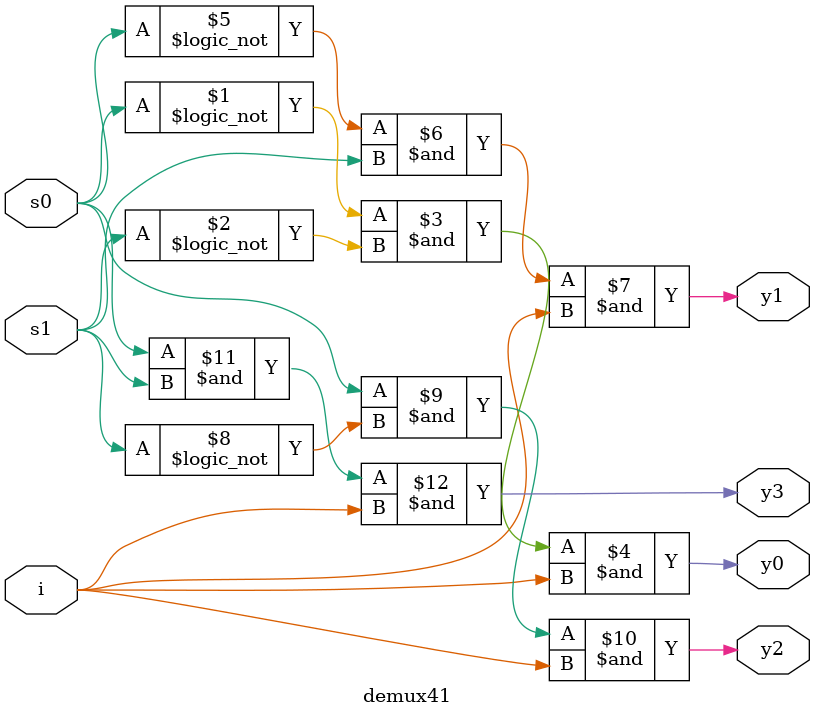
<source format=v>
module demux41(i,s0,s1,y0,y1,y2,y3);
input i,s0,s1;
output y0,y1,y2,y3;
assign y0= (!s0 & !s1 & i);
assign y1= (!s0 & s1 & i);
assign y2= (s0 & !s1 & i);
assign y3= (s0 & s1 & i);
endmodule


</source>
